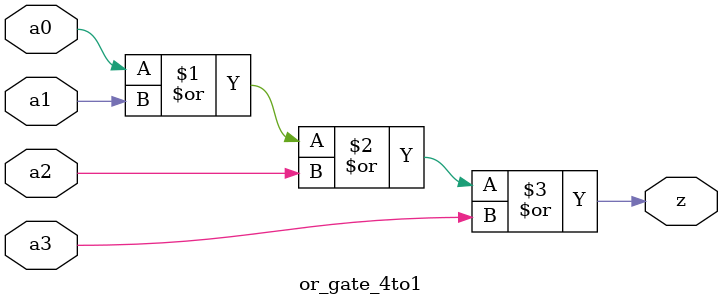
<source format=v>
module or_gate_4to1(a0, a1, a2, a3, z);
    input wire a0, a1, a2, a3;
    output wire z;

    assign z = (a0 | a1 | a2 | a3);
endmodule
</source>
